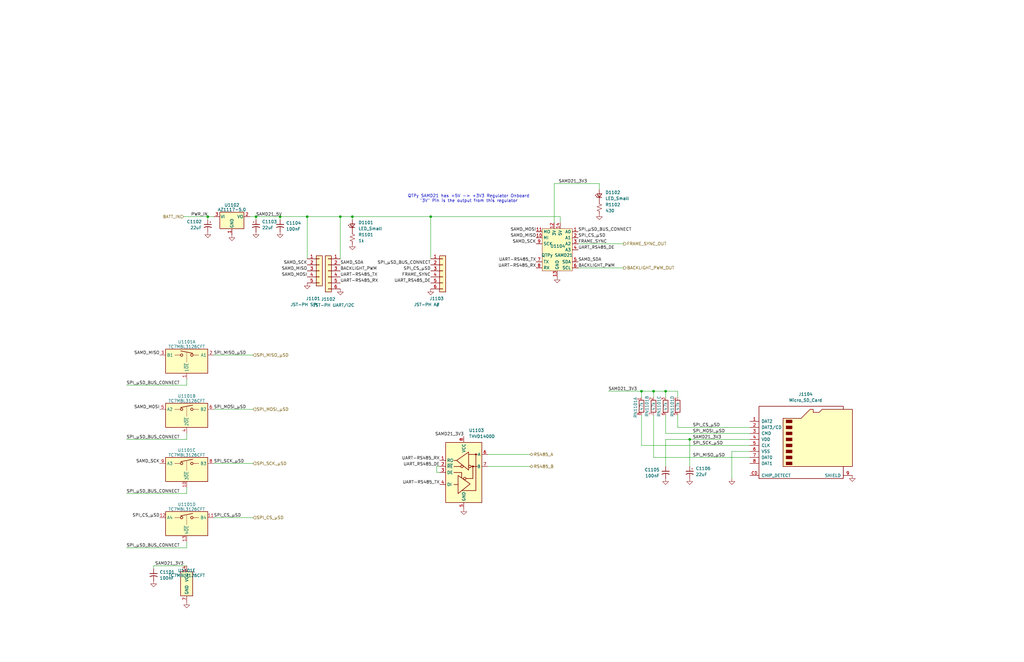
<source format=kicad_sch>
(kicad_sch (version 20250114) (generator "eeschema") (generator_version "9.0")
  (paper "B")
  (lib_symbols
    (symbol "Analog_Switch:CD4066BPW"
      (property "Reference" "U1101" (at 0 5.588 0))
      (property "Value" "TC7MBL3126CFT" (at 0 3.556 0))
      (symbol "CD4066BPW_1_1"
        (pin input line (at -11.43 0 0) (length 2.54) (name "A1") (number "2"))
        (pin input line (at 0 -10.16 90) (length 2.54) (name "1~{OE}") (number "1"))
        (pin output line (at 11.43 0 180) (length 2.54) (name "B1") (number "3"))
      )
      (symbol "CD4066BPW_2_1"
        (pin input line (at -11.43 0 0) (length 2.54) (name "A2") (number "5"))
        (pin input line (at 0 -10.16 90) (length 2.54) (name "2~{OE}") (number "4"))
        (pin output line (at 11.43 0 180) (length 2.54) (name "B2") (number "6"))
      )
      (symbol "CD4066BPW_3_1"
        (pin input line (at -11.43 0 0) (length 2.54) (name "A3") (number "9"))
        (pin input line (at 0 -10.16 90) (length 2.54) (name "3~{OE}") (number "10"))
        (pin output line (at 11.43 0 180) (length 2.54) (name "B3") (number "8"))
      )
      (symbol "CD4066BPW_4_1"
        (pin input line (at -11.43 0 0) (length 2.54) (name "A4") (number "12"))
        (pin input line (at 0 -10.16 90) (length 2.54) (name "4~{OE}") (number "13"))
        (pin output line (at 11.43 0 180) (length 2.54) (name "B4") (number "11"))
      )
      (symbol "CD4066BPW_5_1"
        (pin power_in line (at 0 7.62 270) (length 2.54) (name "VCC") (number "14"))
        (pin power_in line (at 0 -7.62 90) (length 2.54) (name "GND") (number "7"))
      )
    )
    (symbol "CD4066BPW_1"
      (property "Reference" "U1101" (at 0 5.588 0))
      (property "Value" "TC7MBL3126CFT" (at 0 3.556 0))
      (symbol "CD4066BPW_1_1_1"
        (pin input line (at -11.43 0 0) (length 2.54) (name "A1") (number "2"))
        (pin input line (at 0 -10.16 90) (length 2.54) (name "1~{OE}") (number "1"))
        (pin output line (at 11.43 0 180) (length 2.54) (name "B1") (number "3"))
      )
      (symbol "CD4066BPW_1_2_1"
        (pin input line (at -11.43 0 0) (length 2.54) (name "A2") (number "5"))
        (pin input line (at 0 -10.16 90) (length 2.54) (name "2~{OE}") (number "4"))
        (pin output line (at 11.43 0 180) (length 2.54) (name "B2") (number "6"))
      )
      (symbol "CD4066BPW_1_3_1"
        (pin input line (at -11.43 0 0) (length 2.54) (name "A3") (number "9"))
        (pin input line (at 0 -10.16 90) (length 2.54) (name "3~{OE}") (number "10"))
        (pin output line (at 11.43 0 180) (length 2.54) (name "B3") (number "8"))
      )
      (symbol "CD4066BPW_1_4_1"
        (pin input line (at -11.43 0 0) (length 2.54) (name "A4") (number "12"))
        (pin input line (at 0 -10.16 90) (length 2.54) (name "4~{OE}") (number "13"))
        (pin output line (at 11.43 0 180) (length 2.54) (name "B4") (number "11"))
      )
      (symbol "CD4066BPW_1_5_1"
        (pin power_in line (at 0 7.62 270) (length 2.54) (name "VCC") (number "14"))
        (pin power_in line (at 0 -7.62 90) (length 2.54) (name "GND") (number "7"))
      )
    )
    (symbol "CD4066BPW_2"
      (property "Reference" "U1101" (at 0 5.588 0))
      (property "Value" "TC7MBL3126CFT" (at 0 3.556 0))
      (symbol "CD4066BPW_2_1_1"
        (pin input line (at -11.43 0 0) (length 2.54) (name "A1") (number "2"))
        (pin input line (at 0 -10.16 90) (length 2.54) (name "1~{OE}") (number "1"))
        (pin output line (at 11.43 0 180) (length 2.54) (name "B1") (number "3"))
      )
      (symbol "CD4066BPW_2_2_1"
        (pin input line (at -11.43 0 0) (length 2.54) (name "A2") (number "5"))
        (pin input line (at 0 -10.16 90) (length 2.54) (name "2~{OE}") (number "4"))
        (pin output line (at 11.43 0 180) (length 2.54) (name "B2") (number "6"))
      )
      (symbol "CD4066BPW_2_3_1"
        (pin input line (at -11.43 0 0) (length 2.54) (name "A3") (number "9"))
        (pin input line (at 0 -10.16 90) (length 2.54) (name "3~{OE}") (number "10"))
        (pin output line (at 11.43 0 180) (length 2.54) (name "B3") (number "8"))
      )
      (symbol "CD4066BPW_2_4_1"
        (pin input line (at -11.43 0 0) (length 2.54) (name "A4") (number "12"))
        (pin input line (at 0 -10.16 90) (length 2.54) (name "4~{OE}") (number "13"))
        (pin output line (at 11.43 0 180) (length 2.54) (name "B4") (number "11"))
      )
      (symbol "CD4066BPW_2_5_1"
        (pin power_in line (at 0 7.62 270) (length 2.54) (name "VCC") (number "14"))
        (pin power_in line (at 0 -7.62 90) (length 2.54) (name "GND") (number "7"))
      )
    )
    (symbol "CD4066BPW_3"
      (property "Reference" "U1101" (at 0 5.588 0))
      (property "Value" "TC7MBL3126CFT" (at 0 3.556 0))
      (symbol "CD4066BPW_3_1_1"
        (pin input line (at -11.43 0 0) (length 2.54) (name "A1") (number "2"))
        (pin input line (at 0 -10.16 90) (length 2.54) (name "1~{OE}") (number "1"))
        (pin output line (at 11.43 0 180) (length 2.54) (name "B1") (number "3"))
      )
      (symbol "CD4066BPW_3_2_1"
        (pin input line (at -11.43 0 0) (length 2.54) (name "A2") (number "5"))
        (pin input line (at 0 -10.16 90) (length 2.54) (name "2~{OE}") (number "4"))
        (pin output line (at 11.43 0 180) (length 2.54) (name "B2") (number "6"))
      )
      (symbol "CD4066BPW_3_3_1"
        (pin input line (at -11.43 0 0) (length 2.54) (name "A3") (number "9"))
        (pin input line (at 0 -10.16 90) (length 2.54) (name "3~{OE}") (number "10"))
        (pin output line (at 11.43 0 180) (length 2.54) (name "B3") (number "8"))
      )
      (symbol "CD4066BPW_3_4_1"
        (pin input line (at -11.43 0 0) (length 2.54) (name "A4") (number "12"))
        (pin input line (at 0 -10.16 90) (length 2.54) (name "4~{OE}") (number "13"))
        (pin output line (at 11.43 0 180) (length 2.54) (name "B4") (number "11"))
      )
      (symbol "CD4066BPW_3_5_1"
        (pin power_in line (at 0 7.62 270) (length 2.54) (name "VCC") (number "14"))
        (pin power_in line (at 0 -7.62 90) (length 2.54) (name "GND") (number "7"))
      )
    )
    (symbol "CD4066BPW_4"
      (property "Reference" "U1101" (at 0 5.588 0))
      (property "Value" "TC7MBL3126CFT" (at 0 3.556 0))
      (symbol "CD4066BPW_4_1_1"
        (pin input line (at -11.43 0 0) (length 2.54) (name "A1") (number "2"))
        (pin input line (at 0 -10.16 90) (length 2.54) (name "1~{OE}") (number "1"))
        (pin output line (at 11.43 0 180) (length 2.54) (name "B1") (number "3"))
      )
      (symbol "CD4066BPW_4_2_1"
        (pin input line (at -11.43 0 0) (length 2.54) (name "A2") (number "5"))
        (pin input line (at 0 -10.16 90) (length 2.54) (name "2~{OE}") (number "4"))
        (pin output line (at 11.43 0 180) (length 2.54) (name "B2") (number "6"))
      )
      (symbol "CD4066BPW_4_3_1"
        (pin input line (at -11.43 0 0) (length 2.54) (name "A3") (number "9"))
        (pin input line (at 0 -10.16 90) (length 2.54) (name "3~{OE}") (number "10"))
        (pin output line (at 11.43 0 180) (length 2.54) (name "B3") (number "8"))
      )
      (symbol "CD4066BPW_4_4_1"
        (pin input line (at -11.43 0 0) (length 2.54) (name "A4") (number "12"))
        (pin input line (at 0 -10.16 90) (length 2.54) (name "4~{OE}") (number "13"))
        (pin output line (at 11.43 0 180) (length 2.54) (name "B4") (number "11"))
      )
      (symbol "CD4066BPW_4_5_1"
        (pin power_in line (at 0 7.62 270) (length 2.54) (name "VCC") (number "14"))
        (pin power_in line (at 0 -7.62 90) (length 2.54) (name "GND") (number "7"))
      )
    )
    (symbol "Connector:Micro_SD_Card" (pin_names (offset 1.016))
      (property "Reference" "J1104" (at 0.635 19.05 0))
      (property "Value" "Micro_SD_Card" (at 0.635 16.51 0))
      (symbol "Micro_SD_Card_1_1"
        (pin bidirectional line (at -22.86 7.62 0) (length 3.81) (name "DAT2") (number "1"))
        (pin bidirectional line (at -22.86 5.08 0) (length 3.81) (name "DAT3/CD") (number "2"))
        (pin input line (at -22.86 2.54 0) (length 3.81) (name "CMD") (number "3"))
        (pin power_in line (at -22.86 0 0) (length 3.81) (name "VDD") (number "4"))
        (pin input line (at -22.86 -2.54 0) (length 3.81) (name "CLK") (number "5"))
        (pin power_in line (at -22.86 -5.08 0) (length 3.81) (name "VSS") (number "6"))
        (pin bidirectional line (at -22.86 -7.62 0) (length 3.81) (name "DAT0") (number "7"))
        (pin bidirectional line (at -22.86 -10.16 0) (length 3.81) (name "DAT1") (number "8"))
        (pin output line (at -22.86 -15.24 0) (length 3.81) (name "CHIP_DETECT") (number "CD"))
        (pin passive line (at 20.32 -15.24 180) (length 3.81) (name "SHIELD") (number "9"))
      )
    )
    (symbol "Connector_Generic:Conn_01x05" (pin_names (offset 1.016) (hide yes))
      (property "Reference" "J" (at 0 7.62 0))
      (property "Value" "Conn_01x05" (at 0 -7.62 0))
      (symbol "Conn_01x05_1_1"
        (pin passive line (at -5.08 5.08 0) (length 3.81) (name "Pin_1") (number "1"))
        (pin passive line (at -5.08 2.54 0) (length 3.81) (name "Pin_2") (number "2"))
        (pin passive line (at -5.08 0 0) (length 3.81) (name "Pin_3") (number "3"))
        (pin passive line (at -5.08 -2.54 0) (length 3.81) (name "Pin_4") (number "4"))
        (pin passive line (at -5.08 -5.08 0) (length 3.81) (name "Pin_5") (number "5"))
      )
    )
    (symbol "Connector_Generic:Conn_01x06" (pin_names (offset 1.016) (hide yes))
      (property "Reference" "J" (at 0 7.62 0))
      (property "Value" "Conn_01x06" (at 0 -10.16 0))
      (symbol "Conn_01x06_1_1"
        (pin passive line (at -5.08 5.08 0) (length 3.81) (name "Pin_1") (number "1"))
        (pin passive line (at -5.08 2.54 0) (length 3.81) (name "Pin_2") (number "2"))
        (pin passive line (at -5.08 0 0) (length 3.81) (name "Pin_3") (number "3"))
        (pin passive line (at -5.08 -2.54 0) (length 3.81) (name "Pin_4") (number "4"))
        (pin passive line (at -5.08 -5.08 0) (length 3.81) (name "Pin_5") (number "5"))
        (pin passive line (at -5.08 -7.62 0) (length 3.81) (name "Pin_6") (number "6"))
      )
    )
    (symbol "Device:C_Polarized_Small_US" (pin_numbers (hide yes)) (pin_names (offset 0.254) (hide yes))
      (property "Reference" "C" (at 0.254 1.778 0))
      (property "Value" "C_Polarized_Small_US" (at 0.254 -2.032 0))
      (symbol "C_Polarized_Small_US_1_1"
        (pin passive line (at 0 2.54 270) (length 2.032) (name "~") (number "1"))
        (pin passive line (at 0 -2.54 90) (length 2.032) (name "~") (number "2"))
      )
    )
    (symbol "Device:C_Small_US" (pin_numbers (hide yes)) (pin_names (offset 0.254) (hide yes))
      (property "Reference" "C" (at 0.254 1.778 0))
      (property "Value" "C_Small_US" (at 0.254 -2.032 0))
      (symbol "C_Small_US_1_1"
        (pin passive line (at 0 2.54 270) (length 2.032) (name "~") (number "1"))
        (pin passive line (at 0 -2.54 90) (length 2.032) (name "~") (number "2"))
      )
    )
    (symbol "Device:LED_Small" (pin_numbers (hide yes)) (pin_names (offset 0.254) (hide yes))
      (property "Reference" "D" (at -1.27 3.175 0))
      (property "Value" "LED_Small" (at -4.445 -2.54 0))
      (symbol "LED_Small_1_1"
        (pin passive line (at -2.54 0 0) (length 1.778) (name "K") (number "1"))
        (pin passive line (at 2.54 0 180) (length 1.778) (name "A") (number "2"))
      )
    )
    (symbol "Device:R_Small_US" (pin_numbers (hide yes)) (pin_names (offset 0.254) (hide yes))
      (property "Reference" "R" (at 0.762 0.508 0))
      (property "Value" "R_Small_US" (at 0.762 -1.016 0))
      (symbol "R_Small_US_1_1"
        (pin passive line (at 0 2.54 270) (length 1.016) (name "~") (number "1"))
        (pin passive line (at 0 -2.54 90) (length 1.016) (name "~") (number "2"))
      )
    )
    (symbol "Interface_UART:THVD1400D"
      (property "Reference" "U" (at -6.096 11.43 0))
      (property "Value" "THVD1400D" (at 0.762 11.43 0))
      (symbol "THVD1400D_1_1"
        (pin output line (at -10.16 5.08 0) (length 2.54) (name "RO") (number "1"))
        (pin input line (at -10.16 2.54 0) (length 2.54) (name "~{RE}") (number "2"))
        (pin input line (at -10.16 0 0) (length 2.54) (name "DE") (number "3"))
        (pin input line (at -10.16 -5.08 0) (length 2.54) (name "DI") (number "4"))
        (pin power_in line (at 0 15.24 270) (length 2.54) (name "VCC") (number "8"))
        (pin power_in line (at 0 -15.24 90) (length 2.54) (name "GND") (number "5"))
        (pin bidirectional line (at 10.16 7.62 180) (length 2.54) (name "A") (number "6"))
        (pin bidirectional line (at 10.16 2.54 180) (length 2.54) (name "B") (number "7"))
      )
    )
    (symbol "Libraries:R_Network04_Split" (pin_names (offset 0) (hide yes))
      (property "Reference" "RN" (at 2.032 0 90))
      (property "Value" "47k" (at 0 0 90))
      (symbol "R_Network04_Split_1_1"
        (pin passive line (at 0 3.81 270) (length 1.27) (name "8") (number "8"))
        (pin passive line (at 0 -3.81 90) (length 1.27) (name "4") (number "1"))
      )
      (symbol "R_Network04_Split_2_1"
        (pin passive line (at 0 3.81 270) (length 1.27) (name "5") (number "7"))
        (pin passive line (at 0 -3.81 90) (length 1.27) (name "2") (number "2"))
      )
      (symbol "R_Network04_Split_3_1"
        (pin passive line (at 0 3.81 270) (length 1.27) (name "6") (number "6"))
        (pin passive line (at 0 -3.81 90) (length 1.27) (name "3") (number "3"))
      )
      (symbol "R_Network04_Split_4_1"
        (pin passive line (at 0 3.81 270) (length 1.27) (name "5") (number "5"))
        (pin passive line (at 0 -3.81 90) (length 1.27) (name "4") (number "4"))
      )
    )
    (symbol "New_Library:QT_Py_SAMD21"
      (property "Reference" "U" (at 0 10.414 0))
      (property "Value" "QT Py SAMD21" (at -8.89 7.62 0))
      (symbol "QT_Py_SAMD21_0_0"
        (pin bidirectional line (at -8.89 7.62 0) (length 2.54) (name "A0") (number "1"))
        (pin bidirectional line (at -8.89 5.08 0) (length 2.54) (name "A1") (number "2"))
        (pin bidirectional line (at -8.89 2.54 0) (length 2.54) (name "A2") (number "3"))
        (pin bidirectional line (at -8.89 0 0) (length 2.54) (name "A3") (number "4"))
        (pin bidirectional line (at -8.89 -5.08 0) (length 2.54) (name "SDA") (number "5"))
        (pin bidirectional line (at -8.89 -7.62 0) (length 2.54) (name "SCL") (number "6"))
        (pin power_in line (at -1.27 11.43 270) (length 2.54) (name "5V") (number "14"))
        (pin power_in line (at 0 -11.43 90) (length 2.54) (name "GND") (number "13"))
        (pin power_in line (at 1.27 11.43 270) (length 2.54) (name "3V") (number "12"))
        (pin bidirectional line (at 8.89 7.62 180) (length 2.54) (name "MO") (number "11"))
        (pin bidirectional line (at 8.89 5.08 180) (length 2.54) (name "MI") (number "10"))
        (pin bidirectional line (at 8.89 2.54 180) (length 2.54) (name "SCK") (number "9"))
        (pin bidirectional line (at 8.89 -5.08 180) (length 2.54) (name "TX") (number "7"))
        (pin bidirectional line (at 8.89 -7.62 180) (length 2.54) (name "RX") (number "8"))
      )
    )
    (symbol "Regulator_Linear:AZ1117-5.0" (pin_names (offset 0.254))
      (property "Reference" "U" (at -3.81 3.175 0))
      (property "Value" "AZ1117-5.0" (at 0 3.175 0))
      (symbol "AZ1117-5.0_1_1"
        (pin power_in line (at -7.62 0 0) (length 2.54) (name "VI") (number "3"))
        (pin power_in line (at 0 -7.62 90) (length 2.54) (name "GND") (number "1"))
        (pin power_out line (at 7.62 0 180) (length 2.54) (name "VO") (number "2"))
      )
    )
    (symbol "power:GND" (power) (pin_numbers (hide yes)) (pin_names (offset 0) (hide yes))
      (property "Value" "GND" (at 0 -3.81 0))
      (symbol "GND_1_1"
        (pin power_in line (at 0 0 270) (length 0) (name "~") (number "1"))
      )
    )
  )
  (text "QTPy SAMD21 has +5V -> +3V3 Regulator Onboard\n\"3V\" Pin is the output from this regulator" (at 197.612 83.82 0) (effects (font (size 1.27 1.27))))
  (junction (at 129.54 91.44))
  (junction (at 148.59 91.44))
  (junction (at 87.63 91.44))
  (junction (at 280.67 165.1))
  (junction (at 143.51 91.44))
  (junction (at 107.95 91.44))
  (junction (at 118.11 91.44))
  (junction (at 275.59 165.1))
  (junction (at 270.51 165.1))
  (junction (at 290.83 185.42))
  (junction (at 181.61 91.44))
  (wire (pts (xy 252.73 77.47) (xy 252.73 80.01)))
  (wire (pts (xy 129.54 91.44) (xy 129.54 109.22)))
  (wire (pts (xy 184.15 196.85) (xy 185.42 196.85)))
  (wire (pts (xy 285.75 180.34) (xy 316.23 180.34)))
  (wire (pts (xy 78.74 231.14) (xy 78.74 228.6)))
  (wire (pts (xy 270.51 187.96) (xy 316.23 187.96)))
  (wire (pts (xy 233.68 77.47) (xy 252.73 77.47)))
  (wire (pts (xy 107.95 92.71) (xy 107.95 91.44)))
  (wire (pts (xy 53.34 185.42) (xy 78.74 185.42)))
  (wire (pts (xy 270.51 165.1) (xy 270.51 167.64)))
  (wire (pts (xy 64.77 238.76) (xy 78.74 238.76)))
  (wire (pts (xy 275.59 175.26) (xy 275.59 193.04)))
  (wire (pts (xy 308.61 190.5) (xy 316.23 190.5)))
  (wire (pts (xy 262.89 113.03) (xy 243.84 113.03)))
  (wire (pts (xy 77.47 91.44) (xy 87.63 91.44)))
  (wire (pts (xy 106.68 172.72) (xy 90.17 172.72)))
  (wire (pts (xy 106.68 195.58) (xy 90.17 195.58)))
  (wire (pts (xy 236.22 91.44) (xy 236.22 93.98)))
  (wire (pts (xy 143.51 91.44) (xy 143.51 109.22)))
  (wire (pts (xy 205.74 191.77) (xy 223.52 191.77)))
  (wire (pts (xy 181.61 91.44) (xy 181.61 109.22)))
  (wire (pts (xy 256.54 165.1) (xy 270.51 165.1)))
  (wire (pts (xy 184.15 199.39) (xy 184.15 196.85)))
  (wire (pts (xy 106.68 149.86) (xy 90.17 149.86)))
  (wire (pts (xy 280.67 165.1) (xy 280.67 167.64)))
  (wire (pts (xy 205.74 196.85) (xy 223.52 196.85)))
  (wire (pts (xy 308.61 201.93) (xy 308.61 190.5)))
  (wire (pts (xy 280.67 182.88) (xy 316.23 182.88)))
  (wire (pts (xy 107.95 91.44) (xy 118.11 91.44)))
  (wire (pts (xy 270.51 175.26) (xy 270.51 187.96)))
  (wire (pts (xy 285.75 175.26) (xy 285.75 180.34)))
  (wire (pts (xy 262.89 102.87) (xy 243.84 102.87)))
  (wire (pts (xy 118.11 92.71) (xy 118.11 91.44)))
  (wire (pts (xy 87.63 91.44) (xy 90.17 91.44)))
  (wire (pts (xy 53.34 162.56) (xy 78.74 162.56)))
  (wire (pts (xy 290.83 185.42) (xy 316.23 185.42)))
  (wire (pts (xy 280.67 165.1) (xy 285.75 165.1)))
  (wire (pts (xy 275.59 165.1) (xy 275.59 167.64)))
  (wire (pts (xy 148.59 92.71) (xy 148.59 91.44)))
  (wire (pts (xy 280.67 185.42) (xy 290.83 185.42)))
  (wire (pts (xy 280.67 185.42) (xy 280.67 196.85)))
  (wire (pts (xy 78.74 185.42) (xy 78.74 182.88)))
  (wire (pts (xy 53.34 208.28) (xy 78.74 208.28)))
  (wire (pts (xy 129.54 91.44) (xy 143.51 91.44)))
  (wire (pts (xy 53.34 231.14) (xy 78.74 231.14)))
  (wire (pts (xy 78.74 208.28) (xy 78.74 205.74)))
  (wire (pts (xy 143.51 91.44) (xy 148.59 91.44)))
  (wire (pts (xy 78.74 162.56) (xy 78.74 160.02)))
  (wire (pts (xy 275.59 165.1) (xy 280.67 165.1)))
  (wire (pts (xy 270.51 165.1) (xy 275.59 165.1)))
  (wire (pts (xy 275.59 193.04) (xy 316.23 193.04)))
  (wire (pts (xy 181.61 91.44) (xy 236.22 91.44)))
  (wire (pts (xy 280.67 175.26) (xy 280.67 182.88)))
  (wire (pts (xy 290.83 185.42) (xy 290.83 196.85)))
  (wire (pts (xy 118.11 91.44) (xy 129.54 91.44)))
  (wire (pts (xy 185.42 199.39) (xy 184.15 199.39)))
  (wire (pts (xy 285.75 165.1) (xy 285.75 167.64)))
  (wire (pts (xy 233.68 93.98) (xy 233.68 77.47)))
  (wire (pts (xy 106.68 218.44) (xy 90.17 218.44)))
  (wire (pts (xy 148.59 91.44) (xy 181.61 91.44)))
  (wire (pts (xy 87.63 92.71) (xy 87.63 91.44)))
  (wire (pts (xy 64.77 238.76) (xy 64.77 240.03)))
  (wire (pts (xy 107.95 91.44) (xy 105.41 91.44)))
  (label "SAMD_SDA" (at 143.51 111.76 0))
  (label "SAMD_SCK" (at 129.54 111.76 180))
  (label "SAMD_SCK" (at 67.31 195.58 180))
  (label "SAMD21_3V3" (at 247.65 77.47 180))
  (label "UART-RS485_RX" (at 143.51 119.38 0))
  (label "SPI_CS_µSD" (at 67.31 218.44 180))
  (label "SPI_MISO_µSD" (at 90.17 149.86 0))
  (label "SPI_µSD_BUS_CONNECT" (at 53.34 231.14 0))
  (label "SPI_CS_µSD" (at 90.17 218.44 0))
  (label "UART_RS485_DE" (at 243.84 105.41 0))
  (label "SPI_µSD_BUS_CONNECT" (at 181.61 111.76 180))
  (label "SPI_MOSI_µSD" (at 90.17 172.72 0))
  (label "SAMD_MOSI" (at 67.31 172.72 180))
  (label "SAMD_MOSI" (at 129.54 116.84 180))
  (label "SAMD_SDA" (at 243.84 110.49 0))
  (label "SPI_CS_µSD" (at 292.1 180.34 0))
  (label "SPI_SCK_µSD" (at 90.17 195.58 0))
  (label "SAMD21_5V" (at 107.95 91.44 0))
  (label "UART-RS485_RX" (at 185.42 194.31 180))
  (label "SAMD21_3V3" (at 77.47 238.76 180))
  (label "UART_RS485_DE" (at 181.61 119.38 180))
  (label "UART-RS485_TX" (at 226.06 110.49 180))
  (label "SAMD_MISO" (at 67.31 149.86 180))
  (label "UART-RS485_TX" (at 143.51 116.84 0))
  (label "SPI_CS_µSD" (at 181.61 114.3 180))
  (label "SPI_µSD_BUS_CONNECT" (at 243.84 97.79 0))
  (label "UART-RS485_TX" (at 185.42 204.47 180))
  (label "SAMD21_3V3" (at 292.1 185.42 0))
  (label "BACKLIGHT_PWM" (at 143.51 114.3 0))
  (label "SAMD_MOSI" (at 226.06 97.79 180))
  (label "FRAME_SYNC" (at 181.61 116.84 180))
  (label "SAMD_MISO" (at 129.54 114.3 180))
  (label "PWR_IN" (at 87.63 91.44 180))
  (label "SAMD21_3V3" (at 195.58 184.15 180))
  (label "SAMD21_3V3" (at 256.54 165.1 0))
  (label "FRAME_SYNC" (at 243.84 102.87 0))
  (label "SPI_CS_µSD" (at 243.84 100.33 0))
  (label "SPI_µSD_BUS_CONNECT" (at 53.34 185.42 0))
  (label "SAMD_MISO" (at 226.06 100.33 180))
  (label "UART_RS485_DE" (at 185.42 196.85 180))
  (label "SPI_SCK_µSD" (at 292.1 187.96 0))
  (label "UART-RS485_RX" (at 226.06 113.03 180))
  (label "BACKLIGHT_PWM" (at 243.84 113.03 0))
  (label "SPI_µSD_BUS_CONNECT" (at 53.34 208.28 0))
  (label "SPI_MOSI_µSD" (at 292.1 182.88 0))
  (label "SAMD_SCK" (at 226.06 102.87 180))
  (label "SPI_µSD_BUS_CONNECT" (at 53.34 162.56 0))
  (label "SPI_MISO_µSD" (at 292.1 193.04 0))
  (hierarchical_label "BATT_IN" (shape input) (at 77.47 91.44 180))
  (hierarchical_label "RS485_B" (shape bidirectional) (at 223.52 196.85 0))
  (hierarchical_label "SPI_MOSI_µSD" (shape input) (at 106.68 172.72 0))
  (hierarchical_label "SPI_SCK_µSD" (shape input) (at 106.68 195.58 0))
  (hierarchical_label "SPI_MISO_µSD" (shape input) (at 106.68 149.86 0))
  (hierarchical_label "FRAME_SYNC_OUT" (shape output) (at 262.89 102.87 0))
  (hierarchical_label "SPI_CS_µSD" (shape input) (at 106.68 218.44 0))
  (hierarchical_label "BACKLIGHT_PWM_OUT" (shape output) (at 262.89 113.03 0))
  (hierarchical_label "RS485_A" (shape bidirectional) (at 223.52 191.77 0))
  (symbol (lib_id "power:GND") (at 129.54 119.38 0) (unit 1)
    (property "Reference" "#PWR01107" (effects (hide yes)))
    (property "Value" "GND" (effects (hide yes)))
    (property "Description" "Power symbol creates a global label with name \"GND\" , ground" (effects (hide yes)))
  )
  (symbol (lib_id "Analog_Switch:CD4066BPW") (at 78.74 246.38 0) (unit 5)
    (property "Reference" "U1101" (at 78.74 240.792 0))
    (property "Value" "TC7MBL3126CFT" (at 78.74 242.824 0))
    (property "Footprint" "Package_SO:TSSOP-14_4.4x5mm_P0.65mm" (effects (hide yes)))
    (property "Datasheet" "https://www.ti.com/lit/ds/symlink/cd4066b.pdf" (effects (hide yes)))
    (property "Description" "Quad 20V analog SPST 1:1 switch, TSSOP-14" (effects (hide yes)))
  )
  (symbol (lib_id "power:GND") (at 290.83 201.93 0) (mirror y) (unit 1)
    (property "Reference" "#PWR01115" (effects (hide yes)))
    (property "Value" "GND" (effects (hide yes)))
    (property "Description" "Power symbol creates a global label with name \"GND\" , ground" (effects (hide yes)))
  )
  (symbol (lib_id "Connector_Generic:Conn_01x05") (at 134.62 114.3 0) (unit 1)
    (property "Reference" "J1101" (at 129.032 125.984 0) (effects (justify left)))
    (property "Value" "JST-PH SPI" (at 122.428 128.524 0) (effects (justify left)))
    (property "Footprint" "Connector_JST:JST_PH_S5B-PH-K_1x05_P2.00mm_Horizontal" (effects (hide yes)))
    (property "Description" "Generic connector, single row, 01x05, script generated (kicad-library-utils/schlib/autogen/connector/)" (effects (hide yes)))
  )
  (symbol (lib_id "Device:R_Small_US") (at 148.59 100.33 0) (unit 1)
    (property "Reference" "R1101" (at 151.13 99.0599 0) (effects (justify left)))
    (property "Value" "1k" (at 151.13 101.5999 0) (effects (justify left)))
    (property "Footprint" "New_Library:Worthington_R_0402" (effects (hide yes)))
    (property "Description" "Resistor, small US symbol" (effects (hide yes)))
  )
  (symbol (lib_id "Libraries:R_Network04_Split") (at 275.59 171.45 0) (mirror x) (unit 2)
    (property "Reference" "RN1101" (at 272.796 171.45 90))
    (property "Value" "47k" (at 275.59 171.45 90))
    (property "Footprint" "New_Library:RESCAXE80P320X160X70-8N" (effects (hide yes)))
    (property "Datasheet" "http://www.vishay.com/docs/31509/csc.pdf" (effects (hide yes)))
    (property "Description" "4 resistor network, star topology, bussed resistors, split" (effects (hide yes)))
    (property "DigiKey" "https://www.digikey.com/en/products/detail/bourns-inc/CAT16-4702F4LF/3593009?gclsrc=aw.ds&gad_source=1&gad_campaignid=20232005509&gbraid=0AAAAADrbLlgFniMAX4EmXBhjIpynkBnMo&gclid=EAIaIQobChMI74bJrq3akgMVxEP_AR3c7zlEEAQYAyABEgJu8vD_BwE" (effects (hide yes)))
    (property "DigiKey Part" "CAT16-4702F4LFCT-ND" (effects (hide yes)))
  )
  (symbol (lib_id "Device:C_Polarized_Small_US") (at 87.63 95.25 0) (mirror y) (unit 1)
    (property "Reference" "C1102" (at 85.09 93.5481 0) (effects (justify left)))
    (property "Value" "22uF" (at 85.09 96.0881 0) (effects (justify left)))
    (property "Footprint" "Capacitor_SMD:C_0603_1608Metric" (effects (hide yes)))
    (property "Description" "Polarized capacitor, small US symbol" (effects (hide yes)))
  )
  (symbol (lib_id "Libraries:R_Network04_Split") (at 280.67 171.45 0) (mirror x) (unit 3)
    (property "Reference" "RN1101" (at 277.876 171.45 90))
    (property "Value" "47k" (at 280.67 171.45 90))
    (property "Footprint" "New_Library:RESCAXE80P320X160X70-8N" (effects (hide yes)))
    (property "Datasheet" "http://www.vishay.com/docs/31509/csc.pdf" (effects (hide yes)))
    (property "Description" "4 resistor network, star topology, bussed resistors, split" (effects (hide yes)))
    (property "DigiKey" "https://www.digikey.com/en/products/detail/bourns-inc/CAT16-4702F4LF/3593009?gclsrc=aw.ds&gad_source=1&gad_campaignid=20232005509&gbraid=0AAAAADrbLlgFniMAX4EmXBhjIpynkBnMo&gclid=EAIaIQobChMI74bJrq3akgMVxEP_AR3c7zlEEAQYAyABEgJu8vD_BwE" (effects (hide yes)))
    (property "DigiKey Part" "CAT16-4702F4LFCT-ND" (effects (hide yes)))
  )
  (symbol (lib_name "CD4066BPW_4") (lib_id "Analog_Switch:CD4066BPW") (at 78.74 195.58 0) (unit 3)
    (property "Reference" "U1101" (at 78.74 189.992 0))
    (property "Value" "TC7MBL3126CFT" (at 78.74 192.024 0))
    (property "Footprint" "Package_SO:TSSOP-14_4.4x5mm_P0.65mm" (effects (hide yes)))
    (property "Datasheet" "https://www.ti.com/lit/ds/symlink/cd4066b.pdf" (effects (hide yes)))
    (property "Description" "Quad 20V analog SPST 1:1 switch, TSSOP-14" (effects (hide yes)))
  )
  (symbol (lib_id "power:GND") (at 280.67 201.93 0) (mirror y) (unit 1)
    (property "Reference" "#PWR01114" (effects (hide yes)))
    (property "Value" "GND" (effects (hide yes)))
    (property "Description" "Power symbol creates a global label with name \"GND\" , ground" (effects (hide yes)))
  )
  (symbol (lib_id "New_Library:QT_Py_SAMD21") (at 234.95 105.41 0) (mirror y) (unit 1)
    (property "Reference" "U1104" (at 235.204 103.886 0))
    (property "Value" "QTPy SAMD21" (at 234.95 107.696 0))
    (property "Footprint" "New_Library:Py_QT_SAMD21" (effects (hide yes)))
    (property "Datasheet" "https://cdn-learn.adafruit.com/downloads/pdf/adafruit-qt-py.pdf" (effects (hide yes)))
  )
  (symbol (lib_id "power:GND") (at 234.95 116.84 0) (unit 1)
    (property "Reference" "#PWR01112" (effects (hide yes)))
    (property "Value" "GND" (effects (hide yes)))
    (property "Description" "Power symbol creates a global label with name \"GND\" , ground" (effects (hide yes)))
  )
  (symbol (lib_id "Device:C_Polarized_Small_US") (at 290.83 199.39 0) (mirror y) (unit 1)
    (property "Reference" "C1106" (at 293.37 197.6881 0) (effects (justify right)))
    (property "Value" "22uF" (at 293.37 200.2281 0) (effects (justify right)))
    (property "Footprint" "Capacitor_SMD:C_0603_1608Metric" (effects (hide yes)))
    (property "Description" "Polarized capacitor, small US symbol" (effects (hide yes)))
  )
  (symbol (lib_id "power:GND") (at 97.79 99.06 0) (unit 1)
    (property "Reference" "#PWR01104" (effects (hide yes)))
    (property "Value" "GND" (effects (hide yes)))
    (property "Description" "Power symbol creates a global label with name \"GND\" , ground" (effects (hide yes)))
  )
  (symbol (lib_id "Regulator_Linear:AZ1117-5.0") (at 97.79 91.44 0) (unit 1)
    (property "Reference" "U1102" (at 97.79 86.5251 0))
    (property "Value" "AZ1117-5.0" (at 97.79 88.4461 0))
    (property "Footprint" "Package_TO_SOT_SMD:SOT-223-3_TabPin2" (effects (hide yes)))
    (property "Datasheet" "https://www.diodes.com/assets/Datasheets/AZ1117I.pdf" (effects (hide yes)))
  )
  (symbol (lib_id "Device:C_Polarized_Small_US") (at 107.95 95.25 0) (unit 1)
    (property "Reference" "C1103" (at 110.49 93.5481 0) (effects (justify left)))
    (property "Value" "22uF" (at 110.49 96.0881 0) (effects (justify left)))
    (property "Footprint" "Capacitor_SMD:C_0603_1608Metric" (effects (hide yes)))
    (property "Description" "Polarized capacitor, small US symbol" (effects (hide yes)))
  )
  (symbol (lib_id "Connector_Generic:Conn_01x06") (at 186.69 114.3 0) (unit 1)
    (property "Reference" "J1103" (at 181.102 125.984 0) (effects (justify left)))
    (property "Value" "JST-PH A#" (at 174.498 128.524 0) (effects (justify left)))
    (property "Footprint" "Connector_JST:JST_PH_S6B-PH-K_1x06_P2.00mm_Horizontal" (effects (hide yes)))
    (property "Description" "Generic connector, single row, 01x06, script generated (kicad-library-utils/schlib/autogen/connector/)" (effects (hide yes)))
  )
  (symbol (lib_id "power:GND") (at 107.95 97.79 0) (unit 1)
    (property "Reference" "#PWR01105" (effects (hide yes)))
    (property "Value" "GND" (effects (hide yes)))
    (property "Description" "Power symbol creates a global label with name \"GND\" , ground" (effects (hide yes)))
  )
  (symbol (lib_id "Device:R_Small_US") (at 252.73 87.63 0) (unit 1)
    (property "Reference" "R1102" (at 255.27 86.3599 0) (effects (justify left)))
    (property "Value" "430" (at 255.27 88.8999 0) (effects (justify left)))
    (property "Footprint" "New_Library:Worthington_R_0402" (effects (hide yes)))
    (property "Description" "Resistor, small US symbol" (effects (hide yes)))
  )
  (symbol (lib_id "Device:LED_Small") (at 252.73 82.55 90) (unit 1)
    (property "Reference" "D1102" (at 255.27 81.2164 90) (effects (justify right)))
    (property "Value" "LED_Small" (at 255.27 83.7564 90) (effects (justify right)))
    (property "Footprint" "New_Library:Worthington_LED_0603" (effects (hide yes)))
    (property "Description" "Light emitting diode, small symbol" (effects (hide yes)))
    (property "Sim.Pins" "1=K 2=A" (effects (hide yes)))
  )
  (symbol (lib_id "Interface_UART:THVD1400D") (at 195.58 199.39 0) (unit 1)
    (property "Reference" "U1103" (at 197.7233 181.61 0) (effects (justify left)))
    (property "Value" "THVD1400D" (at 197.7233 184.15 0) (effects (justify left)))
    (property "Footprint" "Package_SO:SOIC-8_3.9x4.9mm_P1.27mm" (effects (hide yes)))
    (property "Datasheet" "https://www.ti.com/lit/ds/symlink/thvd1420.pdf" (effects (hide yes)))
    (property "Description" "Half duplex RS-485/RS-422, 500 Kbps, 3V - 5.5V supply, ±12kV electro-static discharge (ESD) protection, with receiver/driver enable, 32 receiver drive capacity, SOIC-8" (effects (hide yes)))
  )
  (symbol (lib_id "power:GND") (at 78.74 254 0) (mirror y) (unit 1)
    (property "Reference" "#PWR01102" (effects (hide yes)))
    (property "Value" "GND" (effects (hide yes)))
    (property "Description" "Power symbol creates a global label with name \"GND\" , ground" (effects (hide yes)))
  )
  (symbol (lib_id "power:GND") (at 143.51 121.92 0) (mirror y) (unit 1)
    (property "Reference" "#PWR01108" (effects (hide yes)))
    (property "Value" "GND" (effects (hide yes)))
    (property "Description" "Power symbol creates a global label with name \"GND\" , ground" (effects (hide yes)))
  )
  (symbol (lib_id "power:GND") (at 252.73 90.17 0) (mirror y) (unit 1)
    (property "Reference" "#PWR01113" (effects (hide yes)))
    (property "Value" "GND" (effects (hide yes)))
    (property "Description" "Power symbol creates a global label with name \"GND\" , ground" (effects (hide yes)))
  )
  (symbol (lib_id "power:GND") (at 118.11 97.79 0) (unit 1)
    (property "Reference" "#PWR01106" (effects (hide yes)))
    (property "Value" "GND" (effects (hide yes)))
    (property "Description" "Power symbol creates a global label with name \"GND\" , ground" (effects (hide yes)))
  )
  (symbol (lib_id "Device:C_Small_US") (at 118.11 95.25 0) (unit 1)
    (property "Reference" "C1104" (at 120.65 94.1069 0) (effects (justify left)))
    (property "Value" "100nF" (at 120.65 96.6469 0) (effects (justify left)))
    (property "Footprint" "Capacitor_SMD:C_0402_1005Metric" (effects (hide yes)))
    (property "Description" "capacitor, small US symbol" (effects (hide yes)))
  )
  (symbol (lib_id "Device:C_Small_US") (at 280.67 199.39 0) (mirror y) (unit 1)
    (property "Reference" "C1105" (at 278.13 198.2469 0) (effects (justify left)))
    (property "Value" "100nF" (at 278.13 200.7869 0) (effects (justify left)))
    (property "Footprint" "Capacitor_SMD:C_0402_1005Metric" (effects (hide yes)))
    (property "Description" "capacitor, small US symbol" (effects (hide yes)))
  )
  (symbol (lib_name "CD4066BPW_3") (lib_id "Analog_Switch:CD4066BPW") (at 78.74 218.44 0) (unit 4)
    (property "Reference" "U1101" (at 78.74 212.852 0))
    (property "Value" "TC7MBL3126CFT" (at 78.74 214.884 0))
    (property "Footprint" "Package_SO:TSSOP-14_4.4x5mm_P0.65mm" (effects (hide yes)))
    (property "Datasheet" "https://www.ti.com/lit/ds/symlink/cd4066b.pdf" (effects (hide yes)))
    (property "Description" "Quad 20V analog SPST 1:1 switch, TSSOP-14" (effects (hide yes)))
  )
  (symbol (lib_id "Libraries:R_Network04_Split") (at 285.75 171.45 180) (unit 4)
    (property "Reference" "RN1101" (at 283.464 171.45 90))
    (property "Value" "47k" (at 285.75 171.45 90))
    (property "Footprint" "New_Library:RESCAXE80P320X160X70-8N" (effects (hide yes)))
    (property "Datasheet" "http://www.vishay.com/docs/31509/csc.pdf" (effects (hide yes)))
    (property "Description" "4 resistor network, star topology, bussed resistors, split" (effects (hide yes)))
    (property "DigiKey" "https://www.digikey.com/en/products/detail/bourns-inc/CAT16-4702F4LF/3593009?gclsrc=aw.ds&gad_source=1&gad_campaignid=20232005509&gbraid=0AAAAADrbLlgFniMAX4EmXBhjIpynkBnMo&gclid=EAIaIQobChMI74bJrq3akgMVxEP_AR3c7zlEEAQYAyABEgJu8vD_BwE" (effects (hide yes)))
    (property "DigiKey Part" "CAT16-4702F4LFCT-ND" (effects (hide yes)))
  )
  (symbol (lib_name "CD4066BPW_1") (lib_id "Analog_Switch:CD4066BPW") (at 78.74 149.86 0) (mirror y) (unit 1)
    (property "Reference" "U1101" (at 78.74 144.272 0))
    (property "Value" "TC7MBL3126CFT" (at 78.74 146.304 0))
    (property "Footprint" "Package_SO:TSSOP-14_4.4x5mm_P0.65mm" (effects (hide yes)))
    (property "Datasheet" "https://www.ti.com/lit/ds/symlink/cd4066b.pdf" (effects (hide yes)))
    (property "Description" "Quad 20V analog SPST 1:1 switch, TSSOP-14" (effects (hide yes)))
  )
  (symbol (lib_id "power:GND") (at 308.61 201.93 0) (unit 1)
    (property "Reference" "#PWR01116" (effects (hide yes)))
    (property "Value" "GND" (effects (hide yes)))
    (property "Description" "Power symbol creates a global label with name \"GND\" , ground" (effects (hide yes)))
  )
  (symbol (lib_id "power:GND") (at 181.61 121.92 0) (unit 1)
    (property "Reference" "#PWR01110" (effects (hide yes)))
    (property "Value" "GND" (effects (hide yes)))
    (property "Description" "Power symbol creates a global label with name \"GND\" , ground" (effects (hide yes)))
  )
  (symbol (lib_id "Connector_Generic:Conn_01x06") (at 138.43 114.3 0) (mirror y) (unit 1)
    (property "Reference" "J1102" (at 138.43 126.238 0))
    (property "Value" "JST-PH UART/I2C" (at 140.716 128.778 0))
    (property "Footprint" "Connector_JST:JST_PH_S6B-PH-K_1x06_P2.00mm_Horizontal" (effects (hide yes)))
    (property "Description" "Generic connector, single row, 01x06, script generated (kicad-library-utils/schlib/autogen/connector/)" (effects (hide yes)))
  )
  (symbol (lib_id "power:GND") (at 359.41 200.66 0) (unit 1)
    (property "Reference" "#PWR01117" (effects (hide yes)))
    (property "Value" "GND" (effects (hide yes)))
    (property "Description" "Power symbol creates a global label with name \"GND\" , ground" (effects (hide yes)))
  )
  (symbol (lib_id "power:GND") (at 148.59 102.87 0) (mirror y) (unit 1)
    (property "Reference" "#PWR01109" (effects (hide yes)))
    (property "Value" "GND" (effects (hide yes)))
    (property "Description" "Power symbol creates a global label with name \"GND\" , ground" (effects (hide yes)))
  )
  (symbol (lib_id "power:GND") (at 195.58 214.63 0) (unit 1)
    (property "Reference" "#PWR01111" (effects (hide yes)))
    (property "Value" "GND" (effects (hide yes)))
    (property "Description" "Power symbol creates a global label with name \"GND\" , ground" (effects (hide yes)))
  )
  (symbol (lib_id "Device:LED_Small") (at 148.59 95.25 90) (unit 1)
    (property "Reference" "D1101" (at 151.13 93.9164 90) (effects (justify right)))
    (property "Value" "LED_Small" (at 151.13 96.4564 90) (effects (justify right)))
    (property "Footprint" "New_Library:Worthington_LED_0603" (effects (hide yes)))
    (property "Description" "Light emitting diode, small symbol" (effects (hide yes)))
    (property "Sim.Pins" "1=K 2=A" (effects (hide yes)))
  )
  (symbol (lib_id "power:GND") (at 87.63 97.79 0) (unit 1)
    (property "Reference" "#PWR01103" (effects (hide yes)))
    (property "Value" "GND" (effects (hide yes)))
    (property "Description" "Power symbol creates a global label with name \"GND\" , ground" (effects (hide yes)))
  )
  (symbol (lib_id "Libraries:R_Network04_Split") (at 270.51 171.45 180) (unit 1)
    (property "Reference" "RN1101" (at 267.97 171.958 90))
    (property "Value" "47k" (at 270.51 171.45 90))
    (property "Footprint" "New_Library:RESCAXE80P320X160X70-8N" (effects (hide yes)))
    (property "Datasheet" "http://www.vishay.com/docs/31509/csc.pdf" (effects (hide yes)))
    (property "Description" "4 resistor network, star topology, bussed resistors, split" (effects (hide yes)))
    (property "DigiKey" "https://www.digikey.com/en/products/detail/bourns-inc/CAT16-4702F4LF/3593009?gclsrc=aw.ds&gad_source=1&gad_campaignid=20232005509&gbraid=0AAAAADrbLlgFniMAX4EmXBhjIpynkBnMo&gclid=EAIaIQobChMI74bJrq3akgMVxEP_AR3c7zlEEAQYAyABEgJu8vD_BwE" (effects (hide yes)))
    (property "DigiKey Part" "CAT16-4702F4LFCT-ND" (effects (hide yes)))
  )
  (symbol (lib_id "Device:C_Small_US") (at 64.77 242.57 0) (unit 1)
    (property "Reference" "C1101" (at 67.31 241.4269 0) (effects (justify left)))
    (property "Value" "100nF" (at 67.31 243.9669 0) (effects (justify left)))
    (property "Footprint" "Capacitor_SMD:C_0402_1005Metric" (effects (hide yes)))
    (property "Description" "capacitor, small US symbol" (effects (hide yes)))
  )
  (symbol (lib_id "power:GND") (at 64.77 245.11 0) (mirror y) (unit 1)
    (property "Reference" "#PWR01101" (effects (hide yes)))
    (property "Value" "GND" (effects (hide yes)))
    (property "Description" "Power symbol creates a global label with name \"GND\" , ground" (effects (hide yes)))
  )
  (symbol (lib_id "Connector:Micro_SD_Card") (at 339.09 185.42 0) (unit 1)
    (property "Reference" "J1104" (at 339.725 166.37 0))
    (property "Value" "Micro_SD_Card" (at 339.725 168.91 0))
    (property "Footprint" "New_Library:CUI_MSD-4-A" (effects (hide yes)))
    (property "Datasheet" "https://www.sameskydevices.com/product/resource/msd-4-a.pdf" (effects (hide yes)))
    (property "Description" "Micro SD Card Socket" (effects (hide yes)))
    (property "DigiKey" "https://www.digikey.com/en/products/detail/same-sky-formerly-cui-devices-/MSD-4-A/21799823?gclsrc=aw.ds&gad_source=1&gad_campaignid=17336967819&gbraid=0AAAAADrbLlgXARBe2My6SsbanGaF8dj42&gclid=EAIaIQobChMIt9za0aTakgMVoV3_AR3sCQPsEAQYAiABEgJY7fD_BwE" (effects (hide yes)))
    (property "DigiKey Part" "2223-MSD-4-ACT-ND" (effects (hide yes)))
  )
  (symbol (lib_name "CD4066BPW_2") (lib_id "Analog_Switch:CD4066BPW") (at 78.74 172.72 0) (unit 2)
    (property "Reference" "U1101" (at 78.74 167.132 0))
    (property "Value" "TC7MBL3126CFT" (at 78.74 169.164 0))
    (property "Footprint" "Package_SO:TSSOP-14_4.4x5mm_P0.65mm" (effects (hide yes)))
    (property "Datasheet" "https://www.ti.com/lit/ds/symlink/cd4066b.pdf" (effects (hide yes)))
    (property "Description" "Quad 20V analog SPST 1:1 switch, TSSOP-14" (effects (hide yes)))
  )
)
</source>
